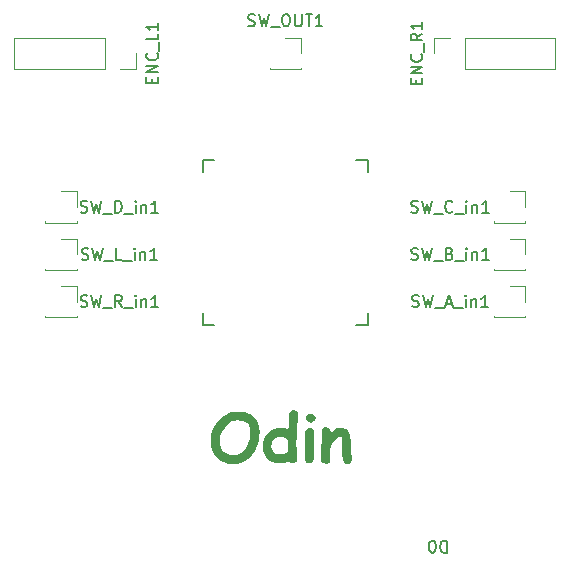
<source format=gbr>
%TF.GenerationSoftware,KiCad,Pcbnew,8.0.8*%
%TF.CreationDate,2025-02-27T04:46:11-05:00*%
%TF.ProjectId,modular_sdvx_pcb,6d6f6475-6c61-4725-9f73-6476785f7063,rev?*%
%TF.SameCoordinates,Original*%
%TF.FileFunction,Legend,Top*%
%TF.FilePolarity,Positive*%
%FSLAX46Y46*%
G04 Gerber Fmt 4.6, Leading zero omitted, Abs format (unit mm)*
G04 Created by KiCad (PCBNEW 8.0.8) date 2025-02-27 04:46:11*
%MOMM*%
%LPD*%
G01*
G04 APERTURE LIST*
%ADD10C,0.300000*%
%ADD11C,0.150000*%
%ADD12C,0.120000*%
G04 APERTURE END LIST*
D10*
G36*
X-3863581Y-14325273D02*
G01*
X-3646510Y-14346430D01*
X-3444460Y-14381693D01*
X-3213021Y-14445606D01*
X-3005052Y-14531559D01*
X-2820554Y-14639550D01*
X-2659525Y-14769581D01*
X-2521614Y-14921393D01*
X-2407077Y-15095340D01*
X-2315915Y-15291421D01*
X-2248128Y-15509637D01*
X-2203716Y-15749987D01*
X-2185016Y-15958204D01*
X-2180809Y-16123663D01*
X-2189220Y-16360212D01*
X-2214453Y-16591144D01*
X-2256509Y-16816458D01*
X-2315387Y-17036154D01*
X-2391087Y-17250233D01*
X-2483609Y-17458695D01*
X-2592954Y-17661538D01*
X-2719120Y-17858764D01*
X-2838947Y-18019392D01*
X-3009055Y-18208986D01*
X-3190977Y-18370491D01*
X-3384715Y-18503909D01*
X-3590269Y-18609239D01*
X-3807637Y-18686480D01*
X-4036821Y-18735634D01*
X-4277820Y-18756700D01*
X-4339916Y-18757578D01*
X-4539584Y-18750098D01*
X-4778522Y-18719711D01*
X-5005630Y-18665949D01*
X-5220907Y-18588812D01*
X-5424354Y-18488300D01*
X-5615970Y-18364414D01*
X-5725261Y-18278862D01*
X-5900887Y-18111231D01*
X-6046746Y-17928908D01*
X-6162838Y-17731892D01*
X-6249162Y-17520183D01*
X-6305720Y-17293781D01*
X-6332510Y-17052687D01*
X-6334798Y-16956043D01*
X-5554291Y-16956043D01*
X-5537321Y-17154027D01*
X-5476367Y-17359573D01*
X-5371083Y-17543015D01*
X-5221469Y-17704352D01*
X-5199651Y-17722965D01*
X-5018056Y-17847346D01*
X-4814235Y-17936189D01*
X-4617660Y-17984776D01*
X-4404068Y-18006153D01*
X-4339916Y-18007264D01*
X-4120212Y-17985694D01*
X-3914658Y-17920985D01*
X-3723256Y-17813137D01*
X-3546004Y-17662149D01*
X-3409104Y-17503372D01*
X-3331681Y-17393726D01*
X-3224730Y-17215018D01*
X-3135905Y-17028774D01*
X-3065209Y-16834992D01*
X-3012639Y-16633673D01*
X-2978197Y-16424816D01*
X-2961882Y-16208423D01*
X-2960432Y-16119755D01*
X-2969500Y-15908718D01*
X-3002999Y-15694892D01*
X-3071509Y-15493224D01*
X-3187120Y-15320795D01*
X-3218353Y-15290307D01*
X-3387682Y-15183102D01*
X-3589060Y-15117263D01*
X-3804535Y-15082395D01*
X-4018401Y-15069400D01*
X-4095673Y-15068534D01*
X-4319201Y-15090104D01*
X-4530364Y-15154813D01*
X-4729163Y-15262661D01*
X-4885383Y-15385489D01*
X-5033016Y-15538274D01*
X-5144940Y-15682072D01*
X-5262868Y-15864644D01*
X-5360809Y-16053321D01*
X-5438761Y-16248105D01*
X-5496726Y-16448995D01*
X-5534703Y-16655990D01*
X-5552692Y-16869092D01*
X-5554291Y-16956043D01*
X-6334798Y-16956043D01*
X-6334891Y-16952135D01*
X-6325747Y-16715403D01*
X-6298316Y-16483921D01*
X-6252597Y-16257691D01*
X-6188590Y-16036713D01*
X-6106295Y-15820985D01*
X-6005713Y-15610509D01*
X-5886843Y-15405284D01*
X-5749685Y-15205310D01*
X-5623590Y-15046777D01*
X-5446140Y-14859657D01*
X-5258035Y-14700258D01*
X-5059275Y-14568580D01*
X-4849860Y-14464625D01*
X-4629789Y-14388390D01*
X-4399064Y-14339877D01*
X-4157683Y-14319086D01*
X-4095673Y-14318220D01*
X-3863581Y-14325273D01*
G37*
G36*
X898143Y-14243039D02*
G01*
X966016Y-14298681D01*
X1056885Y-14474581D01*
X1064690Y-14556601D01*
X1060782Y-14782037D01*
X1052722Y-14983492D01*
X1040266Y-15212698D01*
X1026527Y-15424903D01*
X1009735Y-15656381D01*
X1002164Y-15754368D01*
X984432Y-15993273D01*
X969706Y-16212953D01*
X957985Y-16413409D01*
X947887Y-16628579D01*
X941576Y-16844622D01*
X940615Y-16951158D01*
X941607Y-17186471D01*
X944584Y-17401481D01*
X951095Y-17641693D01*
X960707Y-17850181D01*
X976335Y-18058494D01*
X1004118Y-18265184D01*
X1011934Y-18345296D01*
X954902Y-18537018D01*
X901536Y-18596378D01*
X725569Y-18687247D01*
X646546Y-18695052D01*
X451011Y-18637865D01*
X344662Y-18514312D01*
X166017Y-18602469D01*
X-30691Y-18658644D01*
X-43196Y-18660858D01*
X-246894Y-18686503D01*
X-444073Y-18695018D01*
X-457431Y-18695052D01*
X-680891Y-18681519D01*
X-889650Y-18640922D01*
X-1083708Y-18573259D01*
X-1263066Y-18478531D01*
X-1427724Y-18356737D01*
X-1479344Y-18310125D01*
X-1620451Y-18155256D01*
X-1732364Y-17985206D01*
X-1815082Y-17799974D01*
X-1868606Y-17599562D01*
X-1892934Y-17383968D01*
X-1894556Y-17308729D01*
X-1893876Y-17294075D01*
X-1188206Y-17294075D01*
X-1151927Y-17498997D01*
X-1043091Y-17678765D01*
X-968387Y-17753251D01*
X-793494Y-17869938D01*
X-598543Y-17932770D01*
X-457431Y-17944738D01*
X-261616Y-17932054D01*
X-136008Y-17899797D01*
X33619Y-17799230D01*
X116051Y-17740551D01*
X206909Y-17664347D01*
X204081Y-17456734D01*
X204161Y-17253179D01*
X205123Y-17027579D01*
X206554Y-16803529D01*
X206909Y-16754787D01*
X79727Y-16597060D01*
X-29518Y-16521290D01*
X-221668Y-16456848D01*
X-375366Y-16444110D01*
X-587903Y-16460957D01*
X-786350Y-16519193D01*
X-958801Y-16631299D01*
X-984996Y-16657090D01*
X-1100691Y-16828008D01*
X-1164194Y-17027066D01*
X-1187412Y-17241784D01*
X-1188206Y-17294075D01*
X-1893876Y-17294075D01*
X-1884372Y-17089297D01*
X-1853817Y-16883461D01*
X-1802894Y-16691220D01*
X-1714898Y-16478476D01*
X-1597569Y-16285311D01*
X-1477390Y-16139295D01*
X-1311621Y-15987895D01*
X-1127924Y-15867819D01*
X-926298Y-15779067D01*
X-706742Y-15721639D01*
X-510084Y-15697711D01*
X-386113Y-15693796D01*
X-190963Y-15704787D01*
X-17794Y-15737759D01*
X167754Y-15809887D01*
X262596Y-15869651D01*
X271618Y-15637147D01*
X281098Y-15423236D01*
X291035Y-15227918D01*
X304102Y-15009917D01*
X320725Y-14786663D01*
X341422Y-14579075D01*
X347593Y-14530223D01*
X411003Y-14338325D01*
X566312Y-14214234D01*
X705164Y-14193168D01*
X898143Y-14243039D01*
G37*
G36*
X2163783Y-15256113D02*
G01*
X1971487Y-15217882D01*
X1858968Y-15147669D01*
X1745246Y-14983437D01*
X1730007Y-14880956D01*
X1790961Y-14687767D01*
X1858968Y-14615219D01*
X2038486Y-14521186D01*
X2163783Y-14505799D01*
X2355734Y-14544374D01*
X2467621Y-14615219D01*
X2580480Y-14778589D01*
X2595603Y-14880956D01*
X2535112Y-15074606D01*
X2467621Y-15147669D01*
X2288942Y-15240863D01*
X2163783Y-15256113D01*
G37*
G36*
X2397279Y-17305799D02*
G01*
X2399721Y-17512428D01*
X2404234Y-17710591D01*
X2407049Y-17815778D01*
X2412201Y-18016190D01*
X2416046Y-18220529D01*
X2416818Y-18324780D01*
X2366023Y-18519647D01*
X2309352Y-18590516D01*
X2135222Y-18684843D01*
X2037753Y-18695052D01*
X1845873Y-18650032D01*
X1765178Y-18590516D01*
X1669088Y-18419996D01*
X1658689Y-18324780D01*
X1656246Y-18118394D01*
X1651733Y-17920683D01*
X1648919Y-17815778D01*
X1643767Y-17614850D01*
X1639922Y-17410126D01*
X1639149Y-17305799D01*
X1642996Y-17102237D01*
X1652079Y-16905946D01*
X1664821Y-16708565D01*
X1666504Y-16685422D01*
X1679728Y-16485387D01*
X1689345Y-16286329D01*
X1693833Y-16079699D01*
X1693860Y-16064068D01*
X1744193Y-15869200D01*
X1800349Y-15798332D01*
X1975361Y-15704004D01*
X2072924Y-15693796D01*
X2264384Y-15738816D01*
X2344522Y-15798332D01*
X2441495Y-15968851D01*
X2451989Y-16064068D01*
X2448143Y-16267766D01*
X2439060Y-16464382D01*
X2426317Y-16662219D01*
X2424634Y-16685422D01*
X2411411Y-16884984D01*
X2401794Y-17083699D01*
X2397306Y-17290168D01*
X2397279Y-17305799D01*
G37*
G36*
X5269574Y-18757578D02*
G01*
X5072618Y-18719944D01*
X4931236Y-18578426D01*
X4893440Y-18439085D01*
X4864726Y-18234975D01*
X4835737Y-18030040D01*
X4816259Y-17892958D01*
X4792898Y-17698070D01*
X4778472Y-17494417D01*
X4775226Y-17347808D01*
X4783250Y-17143617D01*
X4784996Y-17113335D01*
X4794298Y-16913457D01*
X4794766Y-16878862D01*
X4799651Y-16785073D01*
X4805512Y-16662951D01*
X4754602Y-16469969D01*
X4687299Y-16444110D01*
X4483320Y-16491998D01*
X4313241Y-16607325D01*
X4190997Y-16734270D01*
X4062979Y-16909773D01*
X3963068Y-17086406D01*
X3876225Y-17282457D01*
X3810956Y-17469930D01*
X3791187Y-17671140D01*
X3786531Y-17707334D01*
X3770328Y-17908287D01*
X3769923Y-17944738D01*
X3784366Y-18145442D01*
X3787508Y-18173349D01*
X3804475Y-18370060D01*
X3805094Y-18400983D01*
X3749071Y-18595119D01*
X3696650Y-18655973D01*
X3520757Y-18747656D01*
X3423098Y-18757578D01*
X3231217Y-18713400D01*
X3150523Y-18654996D01*
X3052457Y-18479776D01*
X3044033Y-18396099D01*
X3030393Y-18193789D01*
X3027424Y-18165533D01*
X3011400Y-17965350D01*
X3010816Y-17933991D01*
X3015318Y-17729069D01*
X3025700Y-17525342D01*
X3039988Y-17317003D01*
X3048918Y-17203217D01*
X3064145Y-17007917D01*
X3076968Y-16808874D01*
X3086127Y-16596306D01*
X3087997Y-16471465D01*
X3081042Y-16275947D01*
X3078227Y-16227222D01*
X3069068Y-16029202D01*
X3068457Y-15983956D01*
X3125994Y-15792124D01*
X3179832Y-15731898D01*
X3356984Y-15641097D01*
X3453384Y-15631270D01*
X3645878Y-15673821D01*
X3781807Y-15818922D01*
X3833945Y-16014235D01*
X3838311Y-16066999D01*
X3841242Y-16097285D01*
X3993329Y-15960162D01*
X4174584Y-15836041D01*
X4359952Y-15750536D01*
X4576840Y-15700100D01*
X4687299Y-15693796D01*
X4899262Y-15714085D01*
X5103723Y-15786961D01*
X5267885Y-15912838D01*
X5391747Y-16091715D01*
X5404396Y-16117801D01*
X5473948Y-16322965D01*
X5511042Y-16526664D01*
X5529976Y-16733751D01*
X5536158Y-16932687D01*
X5536287Y-16967766D01*
X5536287Y-17158276D01*
X5533356Y-17333154D01*
X5544576Y-17539279D01*
X5569134Y-17733769D01*
X5591974Y-17872442D01*
X5623402Y-18066710D01*
X5645750Y-18267844D01*
X5651570Y-18408799D01*
X5594538Y-18598327D01*
X5541172Y-18657927D01*
X5365783Y-18747846D01*
X5269574Y-18757578D01*
G37*
D11*
X11081009Y13404762D02*
X11081009Y13738095D01*
X11604819Y13880952D02*
X11604819Y13404762D01*
X11604819Y13404762D02*
X10604819Y13404762D01*
X10604819Y13404762D02*
X10604819Y13880952D01*
X11604819Y14309524D02*
X10604819Y14309524D01*
X10604819Y14309524D02*
X11604819Y14880952D01*
X11604819Y14880952D02*
X10604819Y14880952D01*
X11509580Y15928571D02*
X11557200Y15880952D01*
X11557200Y15880952D02*
X11604819Y15738095D01*
X11604819Y15738095D02*
X11604819Y15642857D01*
X11604819Y15642857D02*
X11557200Y15500000D01*
X11557200Y15500000D02*
X11461961Y15404762D01*
X11461961Y15404762D02*
X11366723Y15357143D01*
X11366723Y15357143D02*
X11176247Y15309524D01*
X11176247Y15309524D02*
X11033390Y15309524D01*
X11033390Y15309524D02*
X10842914Y15357143D01*
X10842914Y15357143D02*
X10747676Y15404762D01*
X10747676Y15404762D02*
X10652438Y15500000D01*
X10652438Y15500000D02*
X10604819Y15642857D01*
X10604819Y15642857D02*
X10604819Y15738095D01*
X10604819Y15738095D02*
X10652438Y15880952D01*
X10652438Y15880952D02*
X10700057Y15928571D01*
X11700057Y16119048D02*
X11700057Y16880952D01*
X11604819Y17690476D02*
X11128628Y17357143D01*
X11604819Y17119048D02*
X10604819Y17119048D01*
X10604819Y17119048D02*
X10604819Y17500000D01*
X10604819Y17500000D02*
X10652438Y17595238D01*
X10652438Y17595238D02*
X10700057Y17642857D01*
X10700057Y17642857D02*
X10795295Y17690476D01*
X10795295Y17690476D02*
X10938152Y17690476D01*
X10938152Y17690476D02*
X11033390Y17642857D01*
X11033390Y17642857D02*
X11081009Y17595238D01*
X11081009Y17595238D02*
X11128628Y17500000D01*
X11128628Y17500000D02*
X11128628Y17119048D01*
X11604819Y18642857D02*
X11604819Y18071429D01*
X11604819Y18357143D02*
X10604819Y18357143D01*
X10604819Y18357143D02*
X10747676Y18261905D01*
X10747676Y18261905D02*
X10842914Y18166667D01*
X10842914Y18166667D02*
X10890533Y18071429D01*
X-11298990Y13500000D02*
X-11298990Y13833333D01*
X-10775180Y13976190D02*
X-10775180Y13500000D01*
X-10775180Y13500000D02*
X-11775180Y13500000D01*
X-11775180Y13500000D02*
X-11775180Y13976190D01*
X-10775180Y14404762D02*
X-11775180Y14404762D01*
X-11775180Y14404762D02*
X-10775180Y14976190D01*
X-10775180Y14976190D02*
X-11775180Y14976190D01*
X-10870419Y16023809D02*
X-10822800Y15976190D01*
X-10822800Y15976190D02*
X-10775180Y15833333D01*
X-10775180Y15833333D02*
X-10775180Y15738095D01*
X-10775180Y15738095D02*
X-10822800Y15595238D01*
X-10822800Y15595238D02*
X-10918038Y15500000D01*
X-10918038Y15500000D02*
X-11013276Y15452381D01*
X-11013276Y15452381D02*
X-11203752Y15404762D01*
X-11203752Y15404762D02*
X-11346609Y15404762D01*
X-11346609Y15404762D02*
X-11537085Y15452381D01*
X-11537085Y15452381D02*
X-11632323Y15500000D01*
X-11632323Y15500000D02*
X-11727561Y15595238D01*
X-11727561Y15595238D02*
X-11775180Y15738095D01*
X-11775180Y15738095D02*
X-11775180Y15833333D01*
X-11775180Y15833333D02*
X-11727561Y15976190D01*
X-11727561Y15976190D02*
X-11679942Y16023809D01*
X-10679942Y16214286D02*
X-10679942Y16976190D01*
X-10775180Y17690476D02*
X-10775180Y17214286D01*
X-10775180Y17214286D02*
X-11775180Y17214286D01*
X-10775180Y18547619D02*
X-10775180Y17976191D01*
X-10775180Y18261905D02*
X-11775180Y18261905D01*
X-11775180Y18261905D02*
X-11632323Y18166667D01*
X-11632323Y18166667D02*
X-11537085Y18071429D01*
X-11537085Y18071429D02*
X-11489466Y17976191D01*
X-17335713Y2577800D02*
X-17192856Y2530180D01*
X-17192856Y2530180D02*
X-16954761Y2530180D01*
X-16954761Y2530180D02*
X-16859523Y2577800D01*
X-16859523Y2577800D02*
X-16811904Y2625419D01*
X-16811904Y2625419D02*
X-16764285Y2720657D01*
X-16764285Y2720657D02*
X-16764285Y2815895D01*
X-16764285Y2815895D02*
X-16811904Y2911133D01*
X-16811904Y2911133D02*
X-16859523Y2958752D01*
X-16859523Y2958752D02*
X-16954761Y3006371D01*
X-16954761Y3006371D02*
X-17145237Y3053990D01*
X-17145237Y3053990D02*
X-17240475Y3101609D01*
X-17240475Y3101609D02*
X-17288094Y3149228D01*
X-17288094Y3149228D02*
X-17335713Y3244466D01*
X-17335713Y3244466D02*
X-17335713Y3339704D01*
X-17335713Y3339704D02*
X-17288094Y3434942D01*
X-17288094Y3434942D02*
X-17240475Y3482561D01*
X-17240475Y3482561D02*
X-17145237Y3530180D01*
X-17145237Y3530180D02*
X-16907142Y3530180D01*
X-16907142Y3530180D02*
X-16764285Y3482561D01*
X-16430951Y3530180D02*
X-16192856Y2530180D01*
X-16192856Y2530180D02*
X-16002380Y3244466D01*
X-16002380Y3244466D02*
X-15811904Y2530180D01*
X-15811904Y2530180D02*
X-15573809Y3530180D01*
X-15430952Y2434942D02*
X-14669047Y2434942D01*
X-14430951Y2530180D02*
X-14430951Y3530180D01*
X-14430951Y3530180D02*
X-14192856Y3530180D01*
X-14192856Y3530180D02*
X-14049999Y3482561D01*
X-14049999Y3482561D02*
X-13954761Y3387323D01*
X-13954761Y3387323D02*
X-13907142Y3292085D01*
X-13907142Y3292085D02*
X-13859523Y3101609D01*
X-13859523Y3101609D02*
X-13859523Y2958752D01*
X-13859523Y2958752D02*
X-13907142Y2768276D01*
X-13907142Y2768276D02*
X-13954761Y2673038D01*
X-13954761Y2673038D02*
X-14049999Y2577800D01*
X-14049999Y2577800D02*
X-14192856Y2530180D01*
X-14192856Y2530180D02*
X-14430951Y2530180D01*
X-13669047Y2434942D02*
X-12907142Y2434942D01*
X-12669046Y2530180D02*
X-12669046Y3196847D01*
X-12669046Y3530180D02*
X-12716665Y3482561D01*
X-12716665Y3482561D02*
X-12669046Y3434942D01*
X-12669046Y3434942D02*
X-12621427Y3482561D01*
X-12621427Y3482561D02*
X-12669046Y3530180D01*
X-12669046Y3530180D02*
X-12669046Y3434942D01*
X-12192856Y3196847D02*
X-12192856Y2530180D01*
X-12192856Y3101609D02*
X-12145237Y3149228D01*
X-12145237Y3149228D02*
X-12049999Y3196847D01*
X-12049999Y3196847D02*
X-11907142Y3196847D01*
X-11907142Y3196847D02*
X-11811904Y3149228D01*
X-11811904Y3149228D02*
X-11764285Y3053990D01*
X-11764285Y3053990D02*
X-11764285Y2530180D01*
X-10764285Y2530180D02*
X-11335713Y2530180D01*
X-11049999Y2530180D02*
X-11049999Y3530180D01*
X-11049999Y3530180D02*
X-11145237Y3387323D01*
X-11145237Y3387323D02*
X-11240475Y3292085D01*
X-11240475Y3292085D02*
X-11335713Y3244466D01*
X10664286Y-1422200D02*
X10807143Y-1469819D01*
X10807143Y-1469819D02*
X11045238Y-1469819D01*
X11045238Y-1469819D02*
X11140476Y-1422200D01*
X11140476Y-1422200D02*
X11188095Y-1374580D01*
X11188095Y-1374580D02*
X11235714Y-1279342D01*
X11235714Y-1279342D02*
X11235714Y-1184104D01*
X11235714Y-1184104D02*
X11188095Y-1088866D01*
X11188095Y-1088866D02*
X11140476Y-1041247D01*
X11140476Y-1041247D02*
X11045238Y-993628D01*
X11045238Y-993628D02*
X10854762Y-946009D01*
X10854762Y-946009D02*
X10759524Y-898390D01*
X10759524Y-898390D02*
X10711905Y-850771D01*
X10711905Y-850771D02*
X10664286Y-755533D01*
X10664286Y-755533D02*
X10664286Y-660295D01*
X10664286Y-660295D02*
X10711905Y-565057D01*
X10711905Y-565057D02*
X10759524Y-517438D01*
X10759524Y-517438D02*
X10854762Y-469819D01*
X10854762Y-469819D02*
X11092857Y-469819D01*
X11092857Y-469819D02*
X11235714Y-517438D01*
X11569048Y-469819D02*
X11807143Y-1469819D01*
X11807143Y-1469819D02*
X11997619Y-755533D01*
X11997619Y-755533D02*
X12188095Y-1469819D01*
X12188095Y-1469819D02*
X12426191Y-469819D01*
X12569048Y-1565057D02*
X13330952Y-1565057D01*
X13902381Y-946009D02*
X14045238Y-993628D01*
X14045238Y-993628D02*
X14092857Y-1041247D01*
X14092857Y-1041247D02*
X14140476Y-1136485D01*
X14140476Y-1136485D02*
X14140476Y-1279342D01*
X14140476Y-1279342D02*
X14092857Y-1374580D01*
X14092857Y-1374580D02*
X14045238Y-1422200D01*
X14045238Y-1422200D02*
X13950000Y-1469819D01*
X13950000Y-1469819D02*
X13569048Y-1469819D01*
X13569048Y-1469819D02*
X13569048Y-469819D01*
X13569048Y-469819D02*
X13902381Y-469819D01*
X13902381Y-469819D02*
X13997619Y-517438D01*
X13997619Y-517438D02*
X14045238Y-565057D01*
X14045238Y-565057D02*
X14092857Y-660295D01*
X14092857Y-660295D02*
X14092857Y-755533D01*
X14092857Y-755533D02*
X14045238Y-850771D01*
X14045238Y-850771D02*
X13997619Y-898390D01*
X13997619Y-898390D02*
X13902381Y-946009D01*
X13902381Y-946009D02*
X13569048Y-946009D01*
X14330953Y-1565057D02*
X15092857Y-1565057D01*
X15330953Y-1469819D02*
X15330953Y-803152D01*
X15330953Y-469819D02*
X15283334Y-517438D01*
X15283334Y-517438D02*
X15330953Y-565057D01*
X15330953Y-565057D02*
X15378572Y-517438D01*
X15378572Y-517438D02*
X15330953Y-469819D01*
X15330953Y-469819D02*
X15330953Y-565057D01*
X15807143Y-803152D02*
X15807143Y-1469819D01*
X15807143Y-898390D02*
X15854762Y-850771D01*
X15854762Y-850771D02*
X15950000Y-803152D01*
X15950000Y-803152D02*
X16092857Y-803152D01*
X16092857Y-803152D02*
X16188095Y-850771D01*
X16188095Y-850771D02*
X16235714Y-946009D01*
X16235714Y-946009D02*
X16235714Y-1469819D01*
X17235714Y-1469819D02*
X16664286Y-1469819D01*
X16950000Y-1469819D02*
X16950000Y-469819D01*
X16950000Y-469819D02*
X16854762Y-612676D01*
X16854762Y-612676D02*
X16759524Y-707914D01*
X16759524Y-707914D02*
X16664286Y-755533D01*
X10664286Y2577800D02*
X10807143Y2530180D01*
X10807143Y2530180D02*
X11045238Y2530180D01*
X11045238Y2530180D02*
X11140476Y2577800D01*
X11140476Y2577800D02*
X11188095Y2625419D01*
X11188095Y2625419D02*
X11235714Y2720657D01*
X11235714Y2720657D02*
X11235714Y2815895D01*
X11235714Y2815895D02*
X11188095Y2911133D01*
X11188095Y2911133D02*
X11140476Y2958752D01*
X11140476Y2958752D02*
X11045238Y3006371D01*
X11045238Y3006371D02*
X10854762Y3053990D01*
X10854762Y3053990D02*
X10759524Y3101609D01*
X10759524Y3101609D02*
X10711905Y3149228D01*
X10711905Y3149228D02*
X10664286Y3244466D01*
X10664286Y3244466D02*
X10664286Y3339704D01*
X10664286Y3339704D02*
X10711905Y3434942D01*
X10711905Y3434942D02*
X10759524Y3482561D01*
X10759524Y3482561D02*
X10854762Y3530180D01*
X10854762Y3530180D02*
X11092857Y3530180D01*
X11092857Y3530180D02*
X11235714Y3482561D01*
X11569048Y3530180D02*
X11807143Y2530180D01*
X11807143Y2530180D02*
X11997619Y3244466D01*
X11997619Y3244466D02*
X12188095Y2530180D01*
X12188095Y2530180D02*
X12426191Y3530180D01*
X12569048Y2434942D02*
X13330952Y2434942D01*
X14140476Y2625419D02*
X14092857Y2577800D01*
X14092857Y2577800D02*
X13950000Y2530180D01*
X13950000Y2530180D02*
X13854762Y2530180D01*
X13854762Y2530180D02*
X13711905Y2577800D01*
X13711905Y2577800D02*
X13616667Y2673038D01*
X13616667Y2673038D02*
X13569048Y2768276D01*
X13569048Y2768276D02*
X13521429Y2958752D01*
X13521429Y2958752D02*
X13521429Y3101609D01*
X13521429Y3101609D02*
X13569048Y3292085D01*
X13569048Y3292085D02*
X13616667Y3387323D01*
X13616667Y3387323D02*
X13711905Y3482561D01*
X13711905Y3482561D02*
X13854762Y3530180D01*
X13854762Y3530180D02*
X13950000Y3530180D01*
X13950000Y3530180D02*
X14092857Y3482561D01*
X14092857Y3482561D02*
X14140476Y3434942D01*
X14330953Y2434942D02*
X15092857Y2434942D01*
X15330953Y2530180D02*
X15330953Y3196847D01*
X15330953Y3530180D02*
X15283334Y3482561D01*
X15283334Y3482561D02*
X15330953Y3434942D01*
X15330953Y3434942D02*
X15378572Y3482561D01*
X15378572Y3482561D02*
X15330953Y3530180D01*
X15330953Y3530180D02*
X15330953Y3434942D01*
X15807143Y3196847D02*
X15807143Y2530180D01*
X15807143Y3101609D02*
X15854762Y3149228D01*
X15854762Y3149228D02*
X15950000Y3196847D01*
X15950000Y3196847D02*
X16092857Y3196847D01*
X16092857Y3196847D02*
X16188095Y3149228D01*
X16188095Y3149228D02*
X16235714Y3053990D01*
X16235714Y3053990D02*
X16235714Y2530180D01*
X17235714Y2530180D02*
X16664286Y2530180D01*
X16950000Y2530180D02*
X16950000Y3530180D01*
X16950000Y3530180D02*
X16854762Y3387323D01*
X16854762Y3387323D02*
X16759524Y3292085D01*
X16759524Y3292085D02*
X16664286Y3244466D01*
X-17240475Y-1422200D02*
X-17097618Y-1469819D01*
X-17097618Y-1469819D02*
X-16859523Y-1469819D01*
X-16859523Y-1469819D02*
X-16764285Y-1422200D01*
X-16764285Y-1422200D02*
X-16716666Y-1374580D01*
X-16716666Y-1374580D02*
X-16669047Y-1279342D01*
X-16669047Y-1279342D02*
X-16669047Y-1184104D01*
X-16669047Y-1184104D02*
X-16716666Y-1088866D01*
X-16716666Y-1088866D02*
X-16764285Y-1041247D01*
X-16764285Y-1041247D02*
X-16859523Y-993628D01*
X-16859523Y-993628D02*
X-17049999Y-946009D01*
X-17049999Y-946009D02*
X-17145237Y-898390D01*
X-17145237Y-898390D02*
X-17192856Y-850771D01*
X-17192856Y-850771D02*
X-17240475Y-755533D01*
X-17240475Y-755533D02*
X-17240475Y-660295D01*
X-17240475Y-660295D02*
X-17192856Y-565057D01*
X-17192856Y-565057D02*
X-17145237Y-517438D01*
X-17145237Y-517438D02*
X-17049999Y-469819D01*
X-17049999Y-469819D02*
X-16811904Y-469819D01*
X-16811904Y-469819D02*
X-16669047Y-517438D01*
X-16335713Y-469819D02*
X-16097618Y-1469819D01*
X-16097618Y-1469819D02*
X-15907142Y-755533D01*
X-15907142Y-755533D02*
X-15716666Y-1469819D01*
X-15716666Y-1469819D02*
X-15478571Y-469819D01*
X-15335714Y-1565057D02*
X-14573809Y-1565057D01*
X-13859523Y-1469819D02*
X-14335713Y-1469819D01*
X-14335713Y-1469819D02*
X-14335713Y-469819D01*
X-13764285Y-1565057D02*
X-13002380Y-1565057D01*
X-12764284Y-1469819D02*
X-12764284Y-803152D01*
X-12764284Y-469819D02*
X-12811903Y-517438D01*
X-12811903Y-517438D02*
X-12764284Y-565057D01*
X-12764284Y-565057D02*
X-12716665Y-517438D01*
X-12716665Y-517438D02*
X-12764284Y-469819D01*
X-12764284Y-469819D02*
X-12764284Y-565057D01*
X-12288094Y-803152D02*
X-12288094Y-1469819D01*
X-12288094Y-898390D02*
X-12240475Y-850771D01*
X-12240475Y-850771D02*
X-12145237Y-803152D01*
X-12145237Y-803152D02*
X-12002380Y-803152D01*
X-12002380Y-803152D02*
X-11907142Y-850771D01*
X-11907142Y-850771D02*
X-11859523Y-946009D01*
X-11859523Y-946009D02*
X-11859523Y-1469819D01*
X-10859523Y-1469819D02*
X-11430951Y-1469819D01*
X-11145237Y-1469819D02*
X-11145237Y-469819D01*
X-11145237Y-469819D02*
X-11240475Y-612676D01*
X-11240475Y-612676D02*
X-11335713Y-707914D01*
X-11335713Y-707914D02*
X-11430951Y-755533D01*
X-17335713Y-5422200D02*
X-17192856Y-5469819D01*
X-17192856Y-5469819D02*
X-16954761Y-5469819D01*
X-16954761Y-5469819D02*
X-16859523Y-5422200D01*
X-16859523Y-5422200D02*
X-16811904Y-5374580D01*
X-16811904Y-5374580D02*
X-16764285Y-5279342D01*
X-16764285Y-5279342D02*
X-16764285Y-5184104D01*
X-16764285Y-5184104D02*
X-16811904Y-5088866D01*
X-16811904Y-5088866D02*
X-16859523Y-5041247D01*
X-16859523Y-5041247D02*
X-16954761Y-4993628D01*
X-16954761Y-4993628D02*
X-17145237Y-4946009D01*
X-17145237Y-4946009D02*
X-17240475Y-4898390D01*
X-17240475Y-4898390D02*
X-17288094Y-4850771D01*
X-17288094Y-4850771D02*
X-17335713Y-4755533D01*
X-17335713Y-4755533D02*
X-17335713Y-4660295D01*
X-17335713Y-4660295D02*
X-17288094Y-4565057D01*
X-17288094Y-4565057D02*
X-17240475Y-4517438D01*
X-17240475Y-4517438D02*
X-17145237Y-4469819D01*
X-17145237Y-4469819D02*
X-16907142Y-4469819D01*
X-16907142Y-4469819D02*
X-16764285Y-4517438D01*
X-16430951Y-4469819D02*
X-16192856Y-5469819D01*
X-16192856Y-5469819D02*
X-16002380Y-4755533D01*
X-16002380Y-4755533D02*
X-15811904Y-5469819D01*
X-15811904Y-5469819D02*
X-15573809Y-4469819D01*
X-15430952Y-5565057D02*
X-14669047Y-5565057D01*
X-13859523Y-5469819D02*
X-14192856Y-4993628D01*
X-14430951Y-5469819D02*
X-14430951Y-4469819D01*
X-14430951Y-4469819D02*
X-14049999Y-4469819D01*
X-14049999Y-4469819D02*
X-13954761Y-4517438D01*
X-13954761Y-4517438D02*
X-13907142Y-4565057D01*
X-13907142Y-4565057D02*
X-13859523Y-4660295D01*
X-13859523Y-4660295D02*
X-13859523Y-4803152D01*
X-13859523Y-4803152D02*
X-13907142Y-4898390D01*
X-13907142Y-4898390D02*
X-13954761Y-4946009D01*
X-13954761Y-4946009D02*
X-14049999Y-4993628D01*
X-14049999Y-4993628D02*
X-14430951Y-4993628D01*
X-13669047Y-5565057D02*
X-12907142Y-5565057D01*
X-12669046Y-5469819D02*
X-12669046Y-4803152D01*
X-12669046Y-4469819D02*
X-12716665Y-4517438D01*
X-12716665Y-4517438D02*
X-12669046Y-4565057D01*
X-12669046Y-4565057D02*
X-12621427Y-4517438D01*
X-12621427Y-4517438D02*
X-12669046Y-4469819D01*
X-12669046Y-4469819D02*
X-12669046Y-4565057D01*
X-12192856Y-4803152D02*
X-12192856Y-5469819D01*
X-12192856Y-4898390D02*
X-12145237Y-4850771D01*
X-12145237Y-4850771D02*
X-12049999Y-4803152D01*
X-12049999Y-4803152D02*
X-11907142Y-4803152D01*
X-11907142Y-4803152D02*
X-11811904Y-4850771D01*
X-11811904Y-4850771D02*
X-11764285Y-4946009D01*
X-11764285Y-4946009D02*
X-11764285Y-5469819D01*
X-10764285Y-5469819D02*
X-11335713Y-5469819D01*
X-11049999Y-5469819D02*
X-11049999Y-4469819D01*
X-11049999Y-4469819D02*
X-11145237Y-4612676D01*
X-11145237Y-4612676D02*
X-11240475Y-4707914D01*
X-11240475Y-4707914D02*
X-11335713Y-4755533D01*
X-3142856Y18362800D02*
X-2999999Y18315180D01*
X-2999999Y18315180D02*
X-2761904Y18315180D01*
X-2761904Y18315180D02*
X-2666666Y18362800D01*
X-2666666Y18362800D02*
X-2619047Y18410419D01*
X-2619047Y18410419D02*
X-2571428Y18505657D01*
X-2571428Y18505657D02*
X-2571428Y18600895D01*
X-2571428Y18600895D02*
X-2619047Y18696133D01*
X-2619047Y18696133D02*
X-2666666Y18743752D01*
X-2666666Y18743752D02*
X-2761904Y18791371D01*
X-2761904Y18791371D02*
X-2952380Y18838990D01*
X-2952380Y18838990D02*
X-3047618Y18886609D01*
X-3047618Y18886609D02*
X-3095237Y18934228D01*
X-3095237Y18934228D02*
X-3142856Y19029466D01*
X-3142856Y19029466D02*
X-3142856Y19124704D01*
X-3142856Y19124704D02*
X-3095237Y19219942D01*
X-3095237Y19219942D02*
X-3047618Y19267561D01*
X-3047618Y19267561D02*
X-2952380Y19315180D01*
X-2952380Y19315180D02*
X-2714285Y19315180D01*
X-2714285Y19315180D02*
X-2571428Y19267561D01*
X-2238094Y19315180D02*
X-1999999Y18315180D01*
X-1999999Y18315180D02*
X-1809523Y19029466D01*
X-1809523Y19029466D02*
X-1619047Y18315180D01*
X-1619047Y18315180D02*
X-1380952Y19315180D01*
X-1238095Y18219942D02*
X-476190Y18219942D01*
X-47618Y19315180D02*
X142857Y19315180D01*
X142857Y19315180D02*
X238095Y19267561D01*
X238095Y19267561D02*
X333333Y19172323D01*
X333333Y19172323D02*
X380952Y18981847D01*
X380952Y18981847D02*
X380952Y18648514D01*
X380952Y18648514D02*
X333333Y18458038D01*
X333333Y18458038D02*
X238095Y18362800D01*
X238095Y18362800D02*
X142857Y18315180D01*
X142857Y18315180D02*
X-47618Y18315180D01*
X-47618Y18315180D02*
X-142856Y18362800D01*
X-142856Y18362800D02*
X-238094Y18458038D01*
X-238094Y18458038D02*
X-285713Y18648514D01*
X-285713Y18648514D02*
X-285713Y18981847D01*
X-285713Y18981847D02*
X-238094Y19172323D01*
X-238094Y19172323D02*
X-142856Y19267561D01*
X-142856Y19267561D02*
X-47618Y19315180D01*
X809524Y19315180D02*
X809524Y18505657D01*
X809524Y18505657D02*
X857143Y18410419D01*
X857143Y18410419D02*
X904762Y18362800D01*
X904762Y18362800D02*
X1000000Y18315180D01*
X1000000Y18315180D02*
X1190476Y18315180D01*
X1190476Y18315180D02*
X1285714Y18362800D01*
X1285714Y18362800D02*
X1333333Y18410419D01*
X1333333Y18410419D02*
X1380952Y18505657D01*
X1380952Y18505657D02*
X1380952Y19315180D01*
X1714286Y19315180D02*
X2285714Y19315180D01*
X2000000Y18315180D02*
X2000000Y19315180D01*
X3142857Y18315180D02*
X2571429Y18315180D01*
X2857143Y18315180D02*
X2857143Y19315180D01*
X2857143Y19315180D02*
X2761905Y19172323D01*
X2761905Y19172323D02*
X2666667Y19077085D01*
X2666667Y19077085D02*
X2571429Y19029466D01*
X10735714Y-5422200D02*
X10878571Y-5469819D01*
X10878571Y-5469819D02*
X11116666Y-5469819D01*
X11116666Y-5469819D02*
X11211904Y-5422200D01*
X11211904Y-5422200D02*
X11259523Y-5374580D01*
X11259523Y-5374580D02*
X11307142Y-5279342D01*
X11307142Y-5279342D02*
X11307142Y-5184104D01*
X11307142Y-5184104D02*
X11259523Y-5088866D01*
X11259523Y-5088866D02*
X11211904Y-5041247D01*
X11211904Y-5041247D02*
X11116666Y-4993628D01*
X11116666Y-4993628D02*
X10926190Y-4946009D01*
X10926190Y-4946009D02*
X10830952Y-4898390D01*
X10830952Y-4898390D02*
X10783333Y-4850771D01*
X10783333Y-4850771D02*
X10735714Y-4755533D01*
X10735714Y-4755533D02*
X10735714Y-4660295D01*
X10735714Y-4660295D02*
X10783333Y-4565057D01*
X10783333Y-4565057D02*
X10830952Y-4517438D01*
X10830952Y-4517438D02*
X10926190Y-4469819D01*
X10926190Y-4469819D02*
X11164285Y-4469819D01*
X11164285Y-4469819D02*
X11307142Y-4517438D01*
X11640476Y-4469819D02*
X11878571Y-5469819D01*
X11878571Y-5469819D02*
X12069047Y-4755533D01*
X12069047Y-4755533D02*
X12259523Y-5469819D01*
X12259523Y-5469819D02*
X12497619Y-4469819D01*
X12640476Y-5565057D02*
X13402380Y-5565057D01*
X13592857Y-5184104D02*
X14069047Y-5184104D01*
X13497619Y-5469819D02*
X13830952Y-4469819D01*
X13830952Y-4469819D02*
X14164285Y-5469819D01*
X14259524Y-5565057D02*
X15021428Y-5565057D01*
X15259524Y-5469819D02*
X15259524Y-4803152D01*
X15259524Y-4469819D02*
X15211905Y-4517438D01*
X15211905Y-4517438D02*
X15259524Y-4565057D01*
X15259524Y-4565057D02*
X15307143Y-4517438D01*
X15307143Y-4517438D02*
X15259524Y-4469819D01*
X15259524Y-4469819D02*
X15259524Y-4565057D01*
X15735714Y-4803152D02*
X15735714Y-5469819D01*
X15735714Y-4898390D02*
X15783333Y-4850771D01*
X15783333Y-4850771D02*
X15878571Y-4803152D01*
X15878571Y-4803152D02*
X16021428Y-4803152D01*
X16021428Y-4803152D02*
X16116666Y-4850771D01*
X16116666Y-4850771D02*
X16164285Y-4946009D01*
X16164285Y-4946009D02*
X16164285Y-5469819D01*
X17164285Y-5469819D02*
X16592857Y-5469819D01*
X16878571Y-5469819D02*
X16878571Y-4469819D01*
X16878571Y-4469819D02*
X16783333Y-4612676D01*
X16783333Y-4612676D02*
X16688095Y-4707914D01*
X16688095Y-4707914D02*
X16592857Y-4755533D01*
X13678094Y-25260180D02*
X13678094Y-26260180D01*
X13678094Y-26260180D02*
X13439999Y-26260180D01*
X13439999Y-26260180D02*
X13297142Y-26212561D01*
X13297142Y-26212561D02*
X13201904Y-26117323D01*
X13201904Y-26117323D02*
X13154285Y-26022085D01*
X13154285Y-26022085D02*
X13106666Y-25831609D01*
X13106666Y-25831609D02*
X13106666Y-25688752D01*
X13106666Y-25688752D02*
X13154285Y-25498276D01*
X13154285Y-25498276D02*
X13201904Y-25403038D01*
X13201904Y-25403038D02*
X13297142Y-25307800D01*
X13297142Y-25307800D02*
X13439999Y-25260180D01*
X13439999Y-25260180D02*
X13678094Y-25260180D01*
X12487618Y-26260180D02*
X12392380Y-26260180D01*
X12392380Y-26260180D02*
X12297142Y-26212561D01*
X12297142Y-26212561D02*
X12249523Y-26164942D01*
X12249523Y-26164942D02*
X12201904Y-26069704D01*
X12201904Y-26069704D02*
X12154285Y-25879228D01*
X12154285Y-25879228D02*
X12154285Y-25641133D01*
X12154285Y-25641133D02*
X12201904Y-25450657D01*
X12201904Y-25450657D02*
X12249523Y-25355419D01*
X12249523Y-25355419D02*
X12297142Y-25307800D01*
X12297142Y-25307800D02*
X12392380Y-25260180D01*
X12392380Y-25260180D02*
X12487618Y-25260180D01*
X12487618Y-25260180D02*
X12582856Y-25307800D01*
X12582856Y-25307800D02*
X12630475Y-25355419D01*
X12630475Y-25355419D02*
X12678094Y-25450657D01*
X12678094Y-25450657D02*
X12725713Y-25641133D01*
X12725713Y-25641133D02*
X12725713Y-25879228D01*
X12725713Y-25879228D02*
X12678094Y-26069704D01*
X12678094Y-26069704D02*
X12630475Y-26164942D01*
X12630475Y-26164942D02*
X12582856Y-26212561D01*
X12582856Y-26212561D02*
X12487618Y-26260180D01*
D12*
%TO.C,ENC_R1*%
X15190000Y17330000D02*
X22870000Y17330000D01*
X12590000Y17330000D02*
X13920000Y17330000D01*
X12590000Y16000000D02*
X12590000Y17330000D01*
X22870000Y14670000D02*
X22870000Y17330000D01*
X15190000Y14670000D02*
X15190000Y17330000D01*
X15190000Y14670000D02*
X22870000Y14670000D01*
%TO.C,ENC_L1*%
X-15270000Y14670000D02*
X-22950000Y14670000D01*
X-12670000Y14670000D02*
X-14000000Y14670000D01*
X-12670000Y16000000D02*
X-12670000Y14670000D01*
X-22950000Y17330000D02*
X-22950000Y14670000D01*
X-15270000Y17330000D02*
X-15270000Y14670000D01*
X-15270000Y17330000D02*
X-22950000Y17330000D01*
D11*
%TO.C,Key1*%
X-7000000Y6000000D02*
X-7000000Y7000000D01*
X-7000000Y-7000000D02*
X-7000000Y-6000000D01*
X-7000000Y-7000000D02*
X-6000000Y-7000000D01*
X-6000000Y7000000D02*
X-7000000Y7000000D01*
X6000000Y-7000000D02*
X7000000Y-7000000D01*
X7000000Y7000000D02*
X6000000Y7000000D01*
X7000000Y7000000D02*
X7000000Y6000000D01*
X7000000Y-6000000D02*
X7000000Y-7000000D01*
D12*
%TO.C,SW_D_in1*%
X-17670000Y1790000D02*
X-17670000Y1670000D01*
X-17670000Y4330000D02*
X-17670000Y3000000D01*
X-19000000Y4330000D02*
X-17670000Y4330000D01*
X-20330000Y1670000D02*
X-17670000Y1670000D01*
X-20330000Y1790000D02*
X-20330000Y1670000D01*
%TO.C,SW_B_in1*%
X20330000Y-2210000D02*
X20330000Y-2330000D01*
X20330000Y330000D02*
X20330000Y-1000000D01*
X19000000Y330000D02*
X20330000Y330000D01*
X17670000Y-2330000D02*
X20330000Y-2330000D01*
X17670000Y-2210000D02*
X17670000Y-2330000D01*
%TO.C,SW_C_in1*%
X20330000Y1790000D02*
X20330000Y1670000D01*
X20330000Y4330000D02*
X20330000Y3000000D01*
X19000000Y4330000D02*
X20330000Y4330000D01*
X17670000Y1670000D02*
X20330000Y1670000D01*
X17670000Y1790000D02*
X17670000Y1670000D01*
%TO.C,SW_L_in1*%
X-17670000Y-2210000D02*
X-17670000Y-2330000D01*
X-17670000Y330000D02*
X-17670000Y-1000000D01*
X-19000000Y330000D02*
X-17670000Y330000D01*
X-20330000Y-2330000D02*
X-17670000Y-2330000D01*
X-20330000Y-2210000D02*
X-20330000Y-2330000D01*
%TO.C,SW_R_in1*%
X-17670000Y-6210000D02*
X-17670000Y-6330000D01*
X-17670000Y-3670000D02*
X-17670000Y-5000000D01*
X-19000000Y-3670000D02*
X-17670000Y-3670000D01*
X-20330000Y-6330000D02*
X-17670000Y-6330000D01*
X-20330000Y-6210000D02*
X-20330000Y-6330000D01*
%TO.C,SW_OUT1*%
X1330000Y14790000D02*
X1330000Y14670000D01*
X1330000Y17330000D02*
X1330000Y16000000D01*
X0Y17330000D02*
X1330000Y17330000D01*
X-1330000Y14670000D02*
X1330000Y14670000D01*
X-1330000Y14790000D02*
X-1330000Y14670000D01*
%TO.C,SW_A_in1*%
X20330000Y-6210000D02*
X20330000Y-6330000D01*
X20330000Y-3670000D02*
X20330000Y-5000000D01*
X19000000Y-3670000D02*
X20330000Y-3670000D01*
X17670000Y-6330000D02*
X20330000Y-6330000D01*
X17670000Y-6210000D02*
X17670000Y-6330000D01*
%TD*%
M02*

</source>
